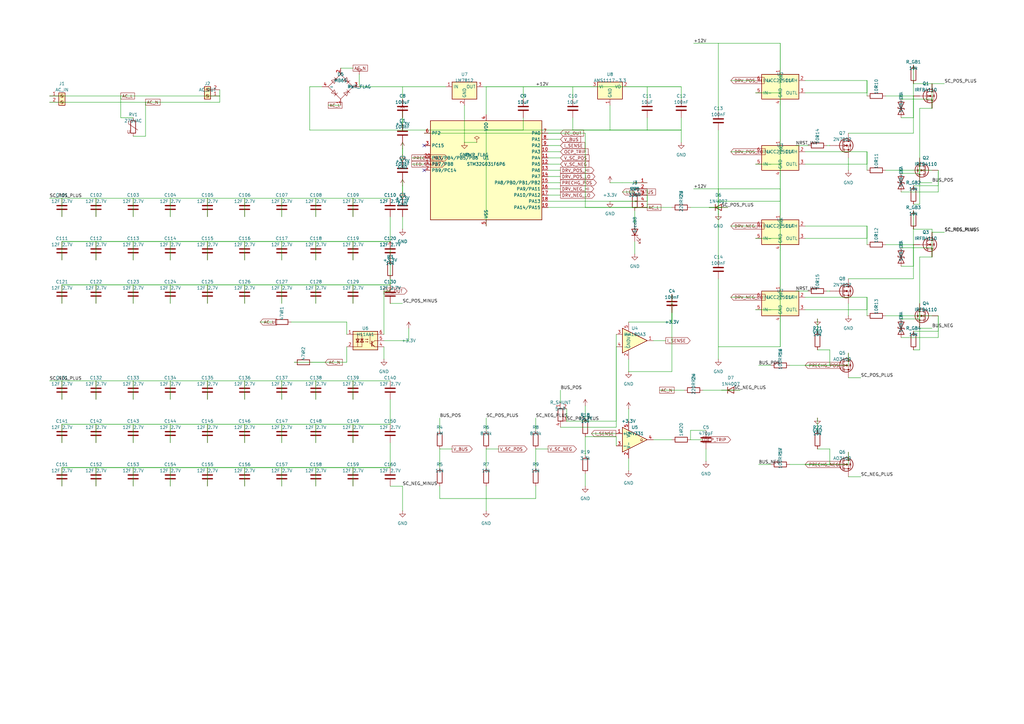
<source format=kicad_sch>
(kicad_sch (version 20231120) (generator "eeschema") (generator_version "9.0")
  (paper "A3")
  (title_block (title "Generator Soft-Start") (date "2025-01") (rev "B") (company "") (comment 1 "Supercapacitor Power Assist - Droop Triggered") (comment 2 "Back-to-back FETs, Gate Drivers, Hardware OCP"))
  (symbol (lib_id "Connector:Screw_Terminal_01x02") (at 25.4 39.37 0) (unit 1)
    (property "Reference" "J1" (at 25.4 34.29 0))
    (property "Value" "AC_IN" (at 25.4 36.83 0))
    (property "Footprint" "TerminalBlock_Phoenix:TerminalBlock_Phoenix_MKDS-1,5-2_1x02_P5.00mm_Horizontal" (effects (hide yes)))
  )
  (symbol (lib_id "Device:Varistor") (at 54.61 52.07 0) (unit 1)
    (property "Reference" "RV1" (at 54.61 46.99 0))
    (property "Value" "275VAC" (at 54.61 49.53 0))
    (property "Footprint" "Varistor:RV_Disc_D12mm_W4.2mm_P7.5mm" (effects (hide yes)))
  )
  (symbol (lib_id "Connector:Screw_Terminal_01x02") (at 85.09 39.37 180) (unit 1)
    (property "Reference" "J2" (at 85.09 34.29 0))
    (property "Value" "AC_OUT" (at 85.09 36.83 0))
    (property "Footprint" "TerminalBlock_Phoenix:TerminalBlock_Phoenix_MKDS-1,5-2_1x02_P5.00mm_Horizontal" (effects (hide yes)))
  )
  (symbol (lib_id "Diode_Bridge:MB6S") (at 139.7 35.56 0) (unit 1)
    (property "Reference" "D5" (at 139.7 30.48 0))
    (property "Value" "MB6S" (at 139.7 33.02 0))
    (property "Footprint" "Package_TO_SOT_SMD:TO-269AA" (effects (hide yes)))
  )
  (symbol (lib_id "Device:C") (at 165.1 44.45 0) (unit 1)
    (property "Reference" "C8" (at 165.1 39.37 0))
    (property "Value" "100uF" (at 165.1 41.91 0))
    (property "Footprint" "Capacitor_SMD:C_1206_3216Metric" (effects (hide yes)))
  )
  (symbol (lib_id "Regulator_Linear:L7812") (at 190.5 35.56 0) (unit 1)
    (property "Reference" "U7" (at 190.5 30.48 0))
    (property "Value" "LM7812" (at 190.5 33.02 0))
    (property "Footprint" "Package_TO_SOT_THT:TO-220-3_Vertical" (effects (hide yes)))
  )
  (symbol (lib_id "Device:C") (at 214.63 44.45 0) (unit 1)
    (property "Reference" "C9" (at 214.63 39.37 0))
    (property "Value" "10uF" (at 214.63 41.91 0))
    (property "Footprint" "Capacitor_SMD:C_0805_2012Metric" (effects (hide yes)))
  )
  (symbol (lib_id "Regulator_Linear:AMS1117-3.3") (at 250.19 35.56 0) (unit 1)
    (property "Reference" "U8" (at 250.19 30.48 0))
    (property "Value" "AMS1117-3.3" (at 250.19 33.02 0))
    (property "Footprint" "Package_TO_SOT_SMD:SOT-223-3_TabPin2" (effects (hide yes)))
  )
  (symbol (lib_id "Device:C") (at 234.95 44.45 0) (unit 1)
    (property "Reference" "C10" (at 234.95 39.37 0))
    (property "Value" "10uF" (at 234.95 41.91 0))
    (property "Footprint" "Capacitor_SMD:C_0805_2012Metric" (effects (hide yes)))
  )
  (symbol (lib_id "Device:C") (at 265.43 44.45 0) (unit 1)
    (property "Reference" "C11" (at 265.43 39.37 0))
    (property "Value" "10uF" (at 265.43 41.91 0))
    (property "Footprint" "Capacitor_SMD:C_0805_2012Metric" (effects (hide yes)))
  )
  (symbol (lib_id "Device:C") (at 279.4 44.45 0) (unit 1)
    (property "Reference" "C12" (at 279.4 39.37 0))
    (property "Value" "100nF" (at 279.4 41.91 0))
    (property "Footprint" "Capacitor_SMD:C_0805_2012Metric" (effects (hide yes)))
  )
  (symbol (lib_id "MCU_ST_STM32G0:STM32G031F6Px") (at 199.39 69.85 0) (unit 1)
    (property "Reference" "U1" (at 199.39 64.77 0))
    (property "Value" "STM32G031F6P6" (at 199.39 67.31 0))
    (property "Footprint" "Package_SO:TSSOP-20_4.4x6.5mm_P0.65mm" (effects (hide yes)))
  )
  (symbol (lib_id "Device:C") (at 165.1 54.61 0) (unit 1)
    (property "Reference" "C1" (at 165.1 49.53 0))
    (property "Value" "100nF" (at 165.1 52.07 0))
    (property "Footprint" "Capacitor_SMD:C_0805_2012Metric" (effects (hide yes)))
  )
  (symbol (lib_id "Device:C") (at 165.1 69.85 0) (unit 1)
    (property "Reference" "C2" (at 165.1 64.77 0))
    (property "Value" "100nF" (at 165.1 67.31 0))
    (property "Footprint" "Capacitor_SMD:C_0805_2012Metric" (effects (hide yes)))
  )
  (symbol (lib_id "Device:C") (at 165.1 85.09 0) (unit 1)
    (property "Reference" "C3" (at 165.1 80.01 0))
    (property "Value" "4.7uF" (at 165.1 82.55 0))
    (property "Footprint" "Capacitor_SMD:C_0805_2012Metric" (effects (hide yes)))
  )
  (symbol (lib_id "Isolator:H11AA1") (at 149.86 139.7 0) (unit 1)
    (property "Reference" "U6" (at 149.86 134.62 0))
    (property "Value" "H11AA1" (at 149.86 137.16 0))
    (property "Footprint" "Package_DIP:DIP-6_W7.62mm" (effects (hide yes)))
  )
  (symbol (lib_id "Device:R") (at 115.57 132.08 90) (unit 1)
    (property "Reference" "R1" (at 115.57 127 0))
    (property "Value" "47k" (at 115.57 129.54 0))
    (property "Footprint" "Resistor_SMD:R_0805_2012Metric" (effects (hide yes)))
  )
  (symbol (lib_id "Device:R") (at 124.46 148.59 90) (unit 1)
    (property "Reference" "R2" (at 124.46 143.51 0))
    (property "Value" "47k" (at 124.46 146.05 0))
    (property "Footprint" "Resistor_SMD:R_0805_2012Metric" (effects (hide yes)))
  )
  (symbol (lib_id "Device:R") (at 160.02 110.49 0) (unit 1)
    (property "Reference" "R3" (at 160.02 105.41 0))
    (property "Value" "10k" (at 160.02 107.95 0))
    (property "Footprint" "Resistor_SMD:R_0805_2012Metric" (effects (hide yes)))
  )
  (symbol (lib_id "Device:R_Shunt") (at 229.87 170.18 0) (unit 1)
    (property "Reference" "R_SHUNT" (at 229.87 165.1 0))
    (property "Value" "5mR" (at 229.87 167.64 0))
    (property "Footprint" "Resistor_SMD:R_2512_6332Metric" (effects (hide yes)))
  )
  (symbol (lib_id "Amplifier_Current:INA180A3") (at 260.35 139.7 0) (unit 1)
    (property "Reference" "U4" (at 260.35 134.62 0))
    (property "Value" "INA180A3" (at 260.35 137.16 0))
    (property "Footprint" "Package_TO_SOT_SMD:SOT-23-5" (effects (hide yes)))
  )
  (symbol (lib_id "Device:C") (at 275.59 124.46 0) (unit 1)
    (property "Reference" "C4" (at 275.59 119.38 0))
    (property "Value" "100nF" (at 275.59 121.92 0))
    (property "Footprint" "Capacitor_SMD:C_0805_2012Metric" (effects (hide yes)))
  )
  (symbol (lib_id "Comparator:LMV331") (at 260.35 180.34 0) (unit 1)
    (property "Reference" "U5" (at 260.35 175.26 0))
    (property "Value" "LMV331" (at 260.35 177.8 0))
    (property "Footprint" "Package_TO_SOT_SMD:SOT-23-5" (effects (hide yes)))
  )
  (symbol (lib_id "Device:R") (at 240.03 175.26 0) (unit 1)
    (property "Reference" "R18" (at 240.03 170.18 0))
    (property "Value" "10k" (at 240.03 172.72 0))
    (property "Footprint" "Resistor_SMD:R_0805_2012Metric" (effects (hide yes)))
  )
  (symbol (lib_id "Device:R") (at 240.03 190.5 0) (unit 1)
    (property "Reference" "R19" (at 240.03 185.42 0))
    (property "Value" "3.3k" (at 240.03 187.96 0))
    (property "Footprint" "Resistor_SMD:R_0805_2012Metric" (effects (hide yes)))
  )
  (symbol (lib_id "Device:R") (at 279.4 180.34 90) (unit 1)
    (property "Reference" "R20" (at 279.4 175.26 0))
    (property "Value" "1k" (at 279.4 177.8 0))
    (property "Footprint" "Resistor_SMD:R_0805_2012Metric" (effects (hide yes)))
  )
  (symbol (lib_id "Device:C") (at 289.56 180.34 0) (unit 1)
    (property "Reference" "C5" (at 289.56 175.26 0))
    (property "Value" "470pF" (at 289.56 177.8 0))
    (property "Footprint" "Capacitor_SMD:C_0805_2012Metric" (effects (hide yes)))
  )
  (symbol (lib_id "Device:R") (at 180.34 180.34 0) (unit 1)
    (property "Reference" "R4" (at 180.34 175.26 0))
    (property "Value" "1M" (at 180.34 177.8 0))
    (property "Footprint" "Resistor_SMD:R_0805_2012Metric" (effects (hide yes)))
  )
  (symbol (lib_id "Device:R") (at 180.34 195.58 0) (unit 1)
    (property "Reference" "R5" (at 180.34 190.5 0))
    (property "Value" "10k" (at 180.34 193.04 0))
    (property "Footprint" "Resistor_SMD:R_0805_2012Metric" (effects (hide yes)))
  )
  (symbol (lib_id "Device:R") (at 199.39 180.34 0) (unit 1)
    (property "Reference" "R6" (at 199.39 175.26 0))
    (property "Value" "820k" (at 199.39 177.8 0))
    (property "Footprint" "Resistor_SMD:R_0805_2012Metric" (effects (hide yes)))
  )
  (symbol (lib_id "Device:R") (at 199.39 195.58 0) (unit 1)
    (property "Reference" "R7" (at 199.39 190.5 0))
    (property "Value" "10k" (at 199.39 193.04 0))
    (property "Footprint" "Resistor_SMD:R_0805_2012Metric" (effects (hide yes)))
  )
  (symbol (lib_id "Device:R") (at 219.71 180.34 0) (unit 1)
    (property "Reference" "R8" (at 219.71 175.26 0))
    (property "Value" "820k" (at 219.71 177.8 0))
    (property "Footprint" "Resistor_SMD:R_0805_2012Metric" (effects (hide yes)))
  )
  (symbol (lib_id "Device:R") (at 219.71 195.58 0) (unit 1)
    (property "Reference" "R9" (at 219.71 190.5 0))
    (property "Value" "10k" (at 219.71 193.04 0))
    (property "Footprint" "Resistor_SMD:R_0805_2012Metric" (effects (hide yes)))
  )
  (symbol (lib_id "Driver_FET:UCC27511ADBV") (at 320.04 35.56 0) (unit 1)
    (property "Reference" "U2" (at 320.04 30.48 0))
    (property "Value" "UCC27511A" (at 320.04 33.02 0))
    (property "Footprint" "Package_TO_SOT_SMD:SOT-23-5" (effects (hide yes)))
  )
  (symbol (lib_id "Driver_FET:UCC27511ADBV") (at 320.04 64.77 0) (unit 1)
    (property "Reference" "U3" (at 320.04 59.69 0))
    (property "Value" "UCC27511A" (at 320.04 62.23 0))
    (property "Footprint" "Package_TO_SOT_SMD:SOT-23-5" (effects (hide yes)))
  )
  (symbol (lib_id "Device:C") (at 294.64 49.53 0) (unit 1)
    (property "Reference" "C13" (at 294.64 44.45 0))
    (property "Value" "100nF" (at 294.64 46.99 0))
    (property "Footprint" "Capacitor_SMD:C_0805_2012Metric" (effects (hide yes)))
  )
  (symbol (lib_id "Driver_FET:UCC27511ADBV") (at 320.04 95.25 0) (unit 1)
    (property "Reference" "U6" (at 320.04 90.17 0))
    (property "Value" "UCC27511A" (at 320.04 92.71 0))
    (property "Footprint" "Package_TO_SOT_SMD:SOT-23-5" (effects (hide yes)))
  )
  (symbol (lib_id "Driver_FET:UCC27511ADBV") (at 320.04 124.46 0) (unit 1)
    (property "Reference" "U7" (at 320.04 119.38 0))
    (property "Value" "UCC27511A" (at 320.04 121.92 0))
    (property "Footprint" "Package_TO_SOT_SMD:SOT-23-5" (effects (hide yes)))
  )
  (symbol (lib_id "Device:C") (at 294.64 110.49 0) (unit 1)
    (property "Reference" "C14" (at 294.64 105.41 0))
    (property "Value" "100nF" (at 294.64 107.95 0))
    (property "Footprint" "Capacitor_SMD:C_0805_2012Metric" (effects (hide yes)))
  )
  (symbol (lib_id "Device:Q_NMOS") (at 379.73 39.37 0) (unit 1)
    (property "Reference" "Q1" (at 379.73 34.29 0))
    (property "Value" "IRFB4110" (at 379.73 36.83 0))
    (property "Footprint" "Package_TO_SOT_THT:TO-220-3_Vertical" (effects (hide yes)))
  )
  (symbol (lib_id "Device:Q_NMOS") (at 379.73 69.85 180) (unit 1)
    (property "Reference" "Q2" (at 379.73 64.77 0))
    (property "Value" "IRFB4110" (at 379.73 67.31 0))
    (property "Footprint" "Package_TO_SOT_THT:TO-220-3_Vertical" (effects (hide yes)))
  )
  (symbol (lib_id "Device:R") (at 359.41 39.37 90) (unit 1)
    (property "Reference" "R10" (at 359.41 34.29 0))
    (property "Value" "10R" (at 359.41 36.83 0))
    (property "Footprint" "Resistor_SMD:R_0805_2012Metric" (effects (hide yes)))
  )
  (symbol (lib_id "Device:R") (at 359.41 69.85 90) (unit 1)
    (property "Reference" "R11" (at 359.41 64.77 0))
    (property "Value" "10R" (at 359.41 67.31 0))
    (property "Footprint" "Resistor_SMD:R_0805_2012Metric" (effects (hide yes)))
  )
  (symbol (lib_id "Device:R") (at 374.65 30.48 0) (unit 1)
    (property "Reference" "R_GB1" (at 374.65 25.4 0))
    (property "Value" "10k" (at 374.65 27.94 0))
    (property "Footprint" "Resistor_SMD:R_0805_2012Metric" (effects (hide yes)))
  )
  (symbol (lib_id "Device:R") (at 374.65 80.01 0) (unit 1)
    (property "Reference" "R_GB2" (at 374.65 74.93 0))
    (property "Value" "10k" (at 374.65 77.47 0))
    (property "Footprint" "Resistor_SMD:R_0805_2012Metric" (effects (hide yes)))
  )
  (symbol (lib_id "Device:D_TVS") (at 369.57 44.45 90) (unit 1)
    (property "Reference" "D1" (at 369.57 39.37 0))
    (property "Value" "SMBJ18A" (at 369.57 41.91 0))
    (property "Footprint" "Diode_SMD:D_SMB" (effects (hide yes)))
  )
  (symbol (lib_id "Device:D_TVS") (at 369.57 74.93 90) (unit 1)
    (property "Reference" "D2" (at 369.57 69.85 0))
    (property "Value" "SMBJ18A" (at 369.57 72.39 0))
    (property "Footprint" "Diode_SMD:D_SMB" (effects (hide yes)))
  )
  (symbol (lib_id "Device:Q_NMOS") (at 379.73 100.33 0) (unit 1)
    (property "Reference" "Q3" (at 379.73 95.25 0))
    (property "Value" "IRFB4110" (at 379.73 97.79 0))
    (property "Footprint" "Package_TO_SOT_THT:TO-220-3_Vertical" (effects (hide yes)))
  )
  (symbol (lib_id "Device:Q_NMOS") (at 379.73 129.54 180) (unit 1)
    (property "Reference" "Q4" (at 379.73 124.46 0))
    (property "Value" "IRFB4110" (at 379.73 127 0))
    (property "Footprint" "Package_TO_SOT_THT:TO-220-3_Vertical" (effects (hide yes)))
  )
  (symbol (lib_id "Device:R") (at 359.41 100.33 90) (unit 1)
    (property "Reference" "R12" (at 359.41 95.25 0))
    (property "Value" "10R" (at 359.41 97.79 0))
    (property "Footprint" "Resistor_SMD:R_0805_2012Metric" (effects (hide yes)))
  )
  (symbol (lib_id "Device:R") (at 359.41 129.54 90) (unit 1)
    (property "Reference" "R13" (at 359.41 124.46 0))
    (property "Value" "10R" (at 359.41 127 0))
    (property "Footprint" "Resistor_SMD:R_0805_2012Metric" (effects (hide yes)))
  )
  (symbol (lib_id "Device:R") (at 374.65 90.17 0) (unit 1)
    (property "Reference" "R_GB3" (at 374.65 85.09 0))
    (property "Value" "10k" (at 374.65 87.63 0))
    (property "Footprint" "Resistor_SMD:R_0805_2012Metric" (effects (hide yes)))
  )
  (symbol (lib_id "Device:R") (at 374.65 139.7 0) (unit 1)
    (property "Reference" "R_GB4" (at 374.65 134.62 0))
    (property "Value" "10k" (at 374.65 137.16 0))
    (property "Footprint" "Resistor_SMD:R_0805_2012Metric" (effects (hide yes)))
  )
  (symbol (lib_id "Device:D_TVS") (at 369.57 105.41 90) (unit 1)
    (property "Reference" "D3" (at 369.57 100.33 0))
    (property "Value" "SMBJ18A" (at 369.57 102.87 0))
    (property "Footprint" "Diode_SMD:D_SMB" (effects (hide yes)))
  )
  (symbol (lib_id "Device:D_TVS") (at 369.57 134.62 90) (unit 1)
    (property "Reference" "D4" (at 369.57 129.54 0))
    (property "Value" "SMBJ18A" (at 369.57 132.08 0))
    (property "Footprint" "Diode_SMD:D_SMB" (effects (hide yes)))
  )
  (symbol (lib_id "Device:Q_NMOS") (at 345.44 59.69 0) (unit 1)
    (property "Reference" "Q7" (at 345.44 54.61 0))
    (property "Value" "2N7002" (at 345.44 57.15 0))
    (property "Footprint" "Package_TO_SOT_SMD:SOT-23" (effects (hide yes)))
  )
  (symbol (lib_id "Device:Q_NMOS") (at 345.44 119.38 0) (unit 1)
    (property "Reference" "Q8" (at 345.44 114.3 0))
    (property "Value" "2N7002" (at 345.44 116.84 0))
    (property "Footprint" "Package_TO_SOT_SMD:SOT-23" (effects (hide yes)))
  )
  (symbol (lib_id "Device:R") (at 335.28 59.69 90) (unit 1)
    (property "Reference" "R14" (at 335.28 54.61 0))
    (property "Value" "10k" (at 335.28 57.15 0))
    (property "Footprint" "Resistor_SMD:R_0805_2012Metric" (effects (hide yes)))
  )
  (symbol (lib_id "Device:R") (at 335.28 119.38 90) (unit 1)
    (property "Reference" "R15" (at 335.28 114.3 0))
    (property "Value" "10k" (at 335.28 116.84 0))
    (property "Footprint" "Resistor_SMD:R_0805_2012Metric" (effects (hide yes)))
  )
  (symbol (lib_id "Device:R") (at 320.04 149.86 90) (unit 1)
    (property "Reference" "R16" (at 320.04 144.78 0))
    (property "Value" "100R 5W" (at 320.04 147.32 0))
    (property "Footprint" "Resistor_SMD:R_2512_6332Metric" (effects (hide yes)))
  )
  (symbol (lib_id "Device:Q_NMOS") (at 345.44 149.86 0) (unit 1)
    (property "Reference" "Q5" (at 345.44 144.78 0))
    (property "Value" "AO3400" (at 345.44 147.32 0))
    (property "Footprint" "Package_TO_SOT_SMD:SOT-23" (effects (hide yes)))
  )
  (symbol (lib_id "Device:R") (at 335.28 139.7 0) (unit 1)
    (property "Reference" "R21" (at 335.28 134.62 0))
    (property "Value" "10k" (at 335.28 137.16 0))
    (property "Footprint" "Resistor_SMD:R_0805_2012Metric" (effects (hide yes)))
  )
  (symbol (lib_id "Device:R") (at 320.04 190.5 90) (unit 1)
    (property "Reference" "R17" (at 320.04 185.42 0))
    (property "Value" "100R 5W" (at 320.04 187.96 0))
    (property "Footprint" "Resistor_SMD:R_2512_6332Metric" (effects (hide yes)))
  )
  (symbol (lib_id "Device:Q_NMOS") (at 345.44 190.5 0) (unit 1)
    (property "Reference" "Q6" (at 345.44 185.42 0))
    (property "Value" "AO3400" (at 345.44 187.96 0))
    (property "Footprint" "Package_TO_SOT_SMD:SOT-23" (effects (hide yes)))
  )
  (symbol (lib_id "Device:R") (at 335.28 180.34 0) (unit 1)
    (property "Reference" "R22" (at 335.28 175.26 0))
    (property "Value" "10k" (at 335.28 177.8 0))
    (property "Footprint" "Resistor_SMD:R_0805_2012Metric" (effects (hide yes)))
  )
  (symbol (lib_id "Device:R") (at 279.4 85.09 90) (unit 1)
    (property "Reference" "R23" (at 279.4 80.01 0))
    (property "Value" "220R 2W" (at 279.4 82.55 0))
    (property "Footprint" "Resistor_SMD:R_2512_6332Metric" (effects (hide yes)))
  )
  (symbol (lib_id "Device:D") (at 294.64 85.09 0) (unit 1)
    (property "Reference" "D6" (at 294.64 80.01 0))
    (property "Value" "1N4007" (at 294.64 82.55 0))
    (property "Footprint" "Diode_SMD:D_SMA" (effects (hide yes)))
  )
  (symbol (lib_id "Device:R") (at 284.48 160.02 90) (unit 1)
    (property "Reference" "R24" (at 284.48 154.94 0))
    (property "Value" "220R 2W" (at 284.48 157.48 0))
    (property "Footprint" "Resistor_SMD:R_2512_6332Metric" (effects (hide yes)))
  )
  (symbol (lib_id "Device:D") (at 299.72 160.02 0) (unit 1)
    (property "Reference" "D7" (at 299.72 154.94 0))
    (property "Value" "1N4007" (at 299.72 157.48 0))
    (property "Footprint" "Diode_SMD:D_SMA" (effects (hide yes)))
  )
  (symbol (lib_id "Device:C") (at 25.4 85.09 0) (unit 1)
    (property "Reference" "C101" (at 25.4 80.01 0))
    (property "Value" "12F 2.7V" (at 25.4 82.55 0))
    (property "Footprint" "Capacitor_THT:CP_Radial_D10.0mm_P5.00mm" (effects (hide yes)))
  )
  (symbol (lib_id "Device:C") (at 39.37 85.09 0) (unit 1)
    (property "Reference" "C102" (at 39.37 80.01 0))
    (property "Value" "12F 2.7V" (at 39.37 82.55 0))
    (property "Footprint" "Capacitor_THT:CP_Radial_D10.0mm_P5.00mm" (effects (hide yes)))
  )
  (symbol (lib_id "Device:C") (at 54.61 85.09 0) (unit 1)
    (property "Reference" "C103" (at 54.61 80.01 0))
    (property "Value" "12F 2.7V" (at 54.61 82.55 0))
    (property "Footprint" "Capacitor_THT:CP_Radial_D10.0mm_P5.00mm" (effects (hide yes)))
  )
  (symbol (lib_id "Device:C") (at 69.85 85.09 0) (unit 1)
    (property "Reference" "C104" (at 69.85 80.01 0))
    (property "Value" "12F 2.7V" (at 69.85 82.55 0))
    (property "Footprint" "Capacitor_THT:CP_Radial_D10.0mm_P5.00mm" (effects (hide yes)))
  )
  (symbol (lib_id "Device:C") (at 85.09 85.09 0) (unit 1)
    (property "Reference" "C105" (at 85.09 80.01 0))
    (property "Value" "12F 2.7V" (at 85.09 82.55 0))
    (property "Footprint" "Capacitor_THT:CP_Radial_D10.0mm_P5.00mm" (effects (hide yes)))
  )
  (symbol (lib_id "Device:C") (at 100.33 85.09 0) (unit 1)
    (property "Reference" "C106" (at 100.33 80.01 0))
    (property "Value" "12F 2.7V" (at 100.33 82.55 0))
    (property "Footprint" "Capacitor_THT:CP_Radial_D10.0mm_P5.00mm" (effects (hide yes)))
  )
  (symbol (lib_id "Device:C") (at 115.57 85.09 0) (unit 1)
    (property "Reference" "C107" (at 115.57 80.01 0))
    (property "Value" "12F 2.7V" (at 115.57 82.55 0))
    (property "Footprint" "Capacitor_THT:CP_Radial_D10.0mm_P5.00mm" (effects (hide yes)))
  )
  (symbol (lib_id "Device:C") (at 129.54 85.09 0) (unit 1)
    (property "Reference" "C108" (at 129.54 80.01 0))
    (property "Value" "12F 2.7V" (at 129.54 82.55 0))
    (property "Footprint" "Capacitor_THT:CP_Radial_D10.0mm_P5.00mm" (effects (hide yes)))
  )
  (symbol (lib_id "Device:C") (at 144.78 85.09 0) (unit 1)
    (property "Reference" "C109" (at 144.78 80.01 0))
    (property "Value" "12F 2.7V" (at 144.78 82.55 0))
    (property "Footprint" "Capacitor_THT:CP_Radial_D10.0mm_P5.00mm" (effects (hide yes)))
  )
  (symbol (lib_id "Device:C") (at 160.02 85.09 0) (unit 1)
    (property "Reference" "C110" (at 160.02 80.01 0))
    (property "Value" "12F 2.7V" (at 160.02 82.55 0))
    (property "Footprint" "Capacitor_THT:CP_Radial_D10.0mm_P5.00mm" (effects (hide yes)))
  )
  (symbol (lib_id "Device:C") (at 25.4 102.87 0) (unit 1)
    (property "Reference" "C111" (at 25.4 97.79 0))
    (property "Value" "12F 2.7V" (at 25.4 100.33 0))
    (property "Footprint" "Capacitor_THT:CP_Radial_D10.0mm_P5.00mm" (effects (hide yes)))
  )
  (symbol (lib_id "Device:C") (at 39.37 102.87 0) (unit 1)
    (property "Reference" "C112" (at 39.37 97.79 0))
    (property "Value" "12F 2.7V" (at 39.37 100.33 0))
    (property "Footprint" "Capacitor_THT:CP_Radial_D10.0mm_P5.00mm" (effects (hide yes)))
  )
  (symbol (lib_id "Device:C") (at 54.61 102.87 0) (unit 1)
    (property "Reference" "C113" (at 54.61 97.79 0))
    (property "Value" "12F 2.7V" (at 54.61 100.33 0))
    (property "Footprint" "Capacitor_THT:CP_Radial_D10.0mm_P5.00mm" (effects (hide yes)))
  )
  (symbol (lib_id "Device:C") (at 69.85 102.87 0) (unit 1)
    (property "Reference" "C114" (at 69.85 97.79 0))
    (property "Value" "12F 2.7V" (at 69.85 100.33 0))
    (property "Footprint" "Capacitor_THT:CP_Radial_D10.0mm_P5.00mm" (effects (hide yes)))
  )
  (symbol (lib_id "Device:C") (at 85.09 102.87 0) (unit 1)
    (property "Reference" "C115" (at 85.09 97.79 0))
    (property "Value" "12F 2.7V" (at 85.09 100.33 0))
    (property "Footprint" "Capacitor_THT:CP_Radial_D10.0mm_P5.00mm" (effects (hide yes)))
  )
  (symbol (lib_id "Device:C") (at 100.33 102.87 0) (unit 1)
    (property "Reference" "C116" (at 100.33 97.79 0))
    (property "Value" "12F 2.7V" (at 100.33 100.33 0))
    (property "Footprint" "Capacitor_THT:CP_Radial_D10.0mm_P5.00mm" (effects (hide yes)))
  )
  (symbol (lib_id "Device:C") (at 115.57 102.87 0) (unit 1)
    (property "Reference" "C117" (at 115.57 97.79 0))
    (property "Value" "12F 2.7V" (at 115.57 100.33 0))
    (property "Footprint" "Capacitor_THT:CP_Radial_D10.0mm_P5.00mm" (effects (hide yes)))
  )
  (symbol (lib_id "Device:C") (at 129.54 102.87 0) (unit 1)
    (property "Reference" "C118" (at 129.54 97.79 0))
    (property "Value" "12F 2.7V" (at 129.54 100.33 0))
    (property "Footprint" "Capacitor_THT:CP_Radial_D10.0mm_P5.00mm" (effects (hide yes)))
  )
  (symbol (lib_id "Device:C") (at 144.78 102.87 0) (unit 1)
    (property "Reference" "C119" (at 144.78 97.79 0))
    (property "Value" "12F 2.7V" (at 144.78 100.33 0))
    (property "Footprint" "Capacitor_THT:CP_Radial_D10.0mm_P5.00mm" (effects (hide yes)))
  )
  (symbol (lib_id "Device:C") (at 160.02 102.87 0) (unit 1)
    (property "Reference" "C120" (at 160.02 97.79 0))
    (property "Value" "12F 2.7V" (at 160.02 100.33 0))
    (property "Footprint" "Capacitor_THT:CP_Radial_D10.0mm_P5.00mm" (effects (hide yes)))
  )
  (symbol (lib_id "Device:C") (at 25.4 120.65 0) (unit 1)
    (property "Reference" "C121" (at 25.4 115.57 0))
    (property "Value" "12F 2.7V" (at 25.4 118.11 0))
    (property "Footprint" "Capacitor_THT:CP_Radial_D10.0mm_P5.00mm" (effects (hide yes)))
  )
  (symbol (lib_id "Device:C") (at 39.37 120.65 0) (unit 1)
    (property "Reference" "C122" (at 39.37 115.57 0))
    (property "Value" "12F 2.7V" (at 39.37 118.11 0))
    (property "Footprint" "Capacitor_THT:CP_Radial_D10.0mm_P5.00mm" (effects (hide yes)))
  )
  (symbol (lib_id "Device:C") (at 54.61 120.65 0) (unit 1)
    (property "Reference" "C123" (at 54.61 115.57 0))
    (property "Value" "12F 2.7V" (at 54.61 118.11 0))
    (property "Footprint" "Capacitor_THT:CP_Radial_D10.0mm_P5.00mm" (effects (hide yes)))
  )
  (symbol (lib_id "Device:C") (at 69.85 120.65 0) (unit 1)
    (property "Reference" "C124" (at 69.85 115.57 0))
    (property "Value" "12F 2.7V" (at 69.85 118.11 0))
    (property "Footprint" "Capacitor_THT:CP_Radial_D10.0mm_P5.00mm" (effects (hide yes)))
  )
  (symbol (lib_id "Device:C") (at 85.09 120.65 0) (unit 1)
    (property "Reference" "C125" (at 85.09 115.57 0))
    (property "Value" "12F 2.7V" (at 85.09 118.11 0))
    (property "Footprint" "Capacitor_THT:CP_Radial_D10.0mm_P5.00mm" (effects (hide yes)))
  )
  (symbol (lib_id "Device:C") (at 100.33 120.65 0) (unit 1)
    (property "Reference" "C126" (at 100.33 115.57 0))
    (property "Value" "12F 2.7V" (at 100.33 118.11 0))
    (property "Footprint" "Capacitor_THT:CP_Radial_D10.0mm_P5.00mm" (effects (hide yes)))
  )
  (symbol (lib_id "Device:C") (at 115.57 120.65 0) (unit 1)
    (property "Reference" "C127" (at 115.57 115.57 0))
    (property "Value" "12F 2.7V" (at 115.57 118.11 0))
    (property "Footprint" "Capacitor_THT:CP_Radial_D10.0mm_P5.00mm" (effects (hide yes)))
  )
  (symbol (lib_id "Device:C") (at 129.54 120.65 0) (unit 1)
    (property "Reference" "C128" (at 129.54 115.57 0))
    (property "Value" "12F 2.7V" (at 129.54 118.11 0))
    (property "Footprint" "Capacitor_THT:CP_Radial_D10.0mm_P5.00mm" (effects (hide yes)))
  )
  (symbol (lib_id "Device:C") (at 144.78 120.65 0) (unit 1)
    (property "Reference" "C129" (at 144.78 115.57 0))
    (property "Value" "12F 2.7V" (at 144.78 118.11 0))
    (property "Footprint" "Capacitor_THT:CP_Radial_D10.0mm_P5.00mm" (effects (hide yes)))
  )
  (symbol (lib_id "Device:C") (at 160.02 120.65 0) (unit 1)
    (property "Reference" "C130" (at 160.02 115.57 0))
    (property "Value" "12F 2.7V" (at 160.02 118.11 0))
    (property "Footprint" "Capacitor_THT:CP_Radial_D10.0mm_P5.00mm" (effects (hide yes)))
  )
  (symbol (lib_id "Device:C") (at 25.4 160.02 0) (unit 1)
    (property "Reference" "C131" (at 25.4 154.94 0))
    (property "Value" "12F 2.7V" (at 25.4 157.48 0))
    (property "Footprint" "Capacitor_THT:CP_Radial_D10.0mm_P5.00mm" (effects (hide yes)))
  )
  (symbol (lib_id "Device:C") (at 39.37 160.02 0) (unit 1)
    (property "Reference" "C132" (at 39.37 154.94 0))
    (property "Value" "12F 2.7V" (at 39.37 157.48 0))
    (property "Footprint" "Capacitor_THT:CP_Radial_D10.0mm_P5.00mm" (effects (hide yes)))
  )
  (symbol (lib_id "Device:C") (at 54.61 160.02 0) (unit 1)
    (property "Reference" "C133" (at 54.61 154.94 0))
    (property "Value" "12F 2.7V" (at 54.61 157.48 0))
    (property "Footprint" "Capacitor_THT:CP_Radial_D10.0mm_P5.00mm" (effects (hide yes)))
  )
  (symbol (lib_id "Device:C") (at 69.85 160.02 0) (unit 1)
    (property "Reference" "C134" (at 69.85 154.94 0))
    (property "Value" "12F 2.7V" (at 69.85 157.48 0))
    (property "Footprint" "Capacitor_THT:CP_Radial_D10.0mm_P5.00mm" (effects (hide yes)))
  )
  (symbol (lib_id "Device:C") (at 85.09 160.02 0) (unit 1)
    (property "Reference" "C135" (at 85.09 154.94 0))
    (property "Value" "12F 2.7V" (at 85.09 157.48 0))
    (property "Footprint" "Capacitor_THT:CP_Radial_D10.0mm_P5.00mm" (effects (hide yes)))
  )
  (symbol (lib_id "Device:C") (at 100.33 160.02 0) (unit 1)
    (property "Reference" "C136" (at 100.33 154.94 0))
    (property "Value" "12F 2.7V" (at 100.33 157.48 0))
    (property "Footprint" "Capacitor_THT:CP_Radial_D10.0mm_P5.00mm" (effects (hide yes)))
  )
  (symbol (lib_id "Device:C") (at 115.57 160.02 0) (unit 1)
    (property "Reference" "C137" (at 115.57 154.94 0))
    (property "Value" "12F 2.7V" (at 115.57 157.48 0))
    (property "Footprint" "Capacitor_THT:CP_Radial_D10.0mm_P5.00mm" (effects (hide yes)))
  )
  (symbol (lib_id "Device:C") (at 129.54 160.02 0) (unit 1)
    (property "Reference" "C138" (at 129.54 154.94 0))
    (property "Value" "12F 2.7V" (at 129.54 157.48 0))
    (property "Footprint" "Capacitor_THT:CP_Radial_D10.0mm_P5.00mm" (effects (hide yes)))
  )
  (symbol (lib_id "Device:C") (at 144.78 160.02 0) (unit 1)
    (property "Reference" "C139" (at 144.78 154.94 0))
    (property "Value" "12F 2.7V" (at 144.78 157.48 0))
    (property "Footprint" "Capacitor_THT:CP_Radial_D10.0mm_P5.00mm" (effects (hide yes)))
  )
  (symbol (lib_id "Device:C") (at 160.02 160.02 0) (unit 1)
    (property "Reference" "C140" (at 160.02 154.94 0))
    (property "Value" "12F 2.7V" (at 160.02 157.48 0))
    (property "Footprint" "Capacitor_THT:CP_Radial_D10.0mm_P5.00mm" (effects (hide yes)))
  )
  (symbol (lib_id "Device:C") (at 25.4 177.8 0) (unit 1)
    (property "Reference" "C141" (at 25.4 172.72 0))
    (property "Value" "12F 2.7V" (at 25.4 175.26 0))
    (property "Footprint" "Capacitor_THT:CP_Radial_D10.0mm_P5.00mm" (effects (hide yes)))
  )
  (symbol (lib_id "Device:C") (at 39.37 177.8 0) (unit 1)
    (property "Reference" "C142" (at 39.37 172.72 0))
    (property "Value" "12F 2.7V" (at 39.37 175.26 0))
    (property "Footprint" "Capacitor_THT:CP_Radial_D10.0mm_P5.00mm" (effects (hide yes)))
  )
  (symbol (lib_id "Device:C") (at 54.61 177.8 0) (unit 1)
    (property "Reference" "C143" (at 54.61 172.72 0))
    (property "Value" "12F 2.7V" (at 54.61 175.26 0))
    (property "Footprint" "Capacitor_THT:CP_Radial_D10.0mm_P5.00mm" (effects (hide yes)))
  )
  (symbol (lib_id "Device:C") (at 69.85 177.8 0) (unit 1)
    (property "Reference" "C144" (at 69.85 172.72 0))
    (property "Value" "12F 2.7V" (at 69.85 175.26 0))
    (property "Footprint" "Capacitor_THT:CP_Radial_D10.0mm_P5.00mm" (effects (hide yes)))
  )
  (symbol (lib_id "Device:C") (at 85.09 177.8 0) (unit 1)
    (property "Reference" "C145" (at 85.09 172.72 0))
    (property "Value" "12F 2.7V" (at 85.09 175.26 0))
    (property "Footprint" "Capacitor_THT:CP_Radial_D10.0mm_P5.00mm" (effects (hide yes)))
  )
  (symbol (lib_id "Device:C") (at 100.33 177.8 0) (unit 1)
    (property "Reference" "C146" (at 100.33 172.72 0))
    (property "Value" "12F 2.7V" (at 100.33 175.26 0))
    (property "Footprint" "Capacitor_THT:CP_Radial_D10.0mm_P5.00mm" (effects (hide yes)))
  )
  (symbol (lib_id "Device:C") (at 115.57 177.8 0) (unit 1)
    (property "Reference" "C147" (at 115.57 172.72 0))
    (property "Value" "12F 2.7V" (at 115.57 175.26 0))
    (property "Footprint" "Capacitor_THT:CP_Radial_D10.0mm_P5.00mm" (effects (hide yes)))
  )
  (symbol (lib_id "Device:C") (at 129.54 177.8 0) (unit 1)
    (property "Reference" "C148" (at 129.54 172.72 0))
    (property "Value" "12F 2.7V" (at 129.54 175.26 0))
    (property "Footprint" "Capacitor_THT:CP_Radial_D10.0mm_P5.00mm" (effects (hide yes)))
  )
  (symbol (lib_id "Device:C") (at 144.78 177.8 0) (unit 1)
    (property "Reference" "C149" (at 144.78 172.72 0))
    (property "Value" "12F 2.7V" (at 144.78 175.26 0))
    (property "Footprint" "Capacitor_THT:CP_Radial_D10.0mm_P5.00mm" (effects (hide yes)))
  )
  (symbol (lib_id "Device:C") (at 160.02 177.8 0) (unit 1)
    (property "Reference" "C150" (at 160.02 172.72 0))
    (property "Value" "12F 2.7V" (at 160.02 175.26 0))
    (property "Footprint" "Capacitor_THT:CP_Radial_D10.0mm_P5.00mm" (effects (hide yes)))
  )
  (symbol (lib_id "Device:C") (at 25.4 195.58 0) (unit 1)
    (property "Reference" "C151" (at 25.4 190.5 0))
    (property "Value" "12F 2.7V" (at 25.4 193.04 0))
    (property "Footprint" "Capacitor_THT:CP_Radial_D10.0mm_P5.00mm" (effects (hide yes)))
  )
  (symbol (lib_id "Device:C") (at 39.37 195.58 0) (unit 1)
    (property "Reference" "C152" (at 39.37 190.5 0))
    (property "Value" "12F 2.7V" (at 39.37 193.04 0))
    (property "Footprint" "Capacitor_THT:CP_Radial_D10.0mm_P5.00mm" (effects (hide yes)))
  )
  (symbol (lib_id "Device:C") (at 54.61 195.58 0) (unit 1)
    (property "Reference" "C153" (at 54.61 190.5 0))
    (property "Value" "12F 2.7V" (at 54.61 193.04 0))
    (property "Footprint" "Capacitor_THT:CP_Radial_D10.0mm_P5.00mm" (effects (hide yes)))
  )
  (symbol (lib_id "Device:C") (at 69.85 195.58 0) (unit 1)
    (property "Reference" "C154" (at 69.85 190.5 0))
    (property "Value" "12F 2.7V" (at 69.85 193.04 0))
    (property "Footprint" "Capacitor_THT:CP_Radial_D10.0mm_P5.00mm" (effects (hide yes)))
  )
  (symbol (lib_id "Device:C") (at 85.09 195.58 0) (unit 1)
    (property "Reference" "C155" (at 85.09 190.5 0))
    (property "Value" "12F 2.7V" (at 85.09 193.04 0))
    (property "Footprint" "Capacitor_THT:CP_Radial_D10.0mm_P5.00mm" (effects (hide yes)))
  )
  (symbol (lib_id "Device:C") (at 100.33 195.58 0) (unit 1)
    (property "Reference" "C156" (at 100.33 190.5 0))
    (property "Value" "12F 2.7V" (at 100.33 193.04 0))
    (property "Footprint" "Capacitor_THT:CP_Radial_D10.0mm_P5.00mm" (effects (hide yes)))
  )
  (symbol (lib_id "Device:C") (at 115.57 195.58 0) (unit 1)
    (property "Reference" "C157" (at 115.57 190.5 0))
    (property "Value" "12F 2.7V" (at 115.57 193.04 0))
    (property "Footprint" "Capacitor_THT:CP_Radial_D10.0mm_P5.00mm" (effects (hide yes)))
  )
  (symbol (lib_id "Device:C") (at 129.54 195.58 0) (unit 1)
    (property "Reference" "C158" (at 129.54 190.5 0))
    (property "Value" "12F 2.7V" (at 129.54 193.04 0))
    (property "Footprint" "Capacitor_THT:CP_Radial_D10.0mm_P5.00mm" (effects (hide yes)))
  )
  (symbol (lib_id "Device:C") (at 144.78 195.58 0) (unit 1)
    (property "Reference" "C159" (at 144.78 190.5 0))
    (property "Value" "12F 2.7V" (at 144.78 193.04 0))
    (property "Footprint" "Capacitor_THT:CP_Radial_D10.0mm_P5.00mm" (effects (hide yes)))
  )
  (symbol (lib_id "Device:C") (at 160.02 195.58 0) (unit 1)
    (property "Reference" "C160" (at 160.02 190.5 0))
    (property "Value" "12F 2.7V" (at 160.02 193.04 0))
    (property "Footprint" "Capacitor_THT:CP_Radial_D10.0mm_P5.00mm" (effects (hide yes)))
  )
  (symbol (lib_id "Connector:Conn_01x05_Pin") (at 260.35 80.01 0) (unit 1)
    (property "Reference" "J3" (at 260.35 74.93 0))
    (property "Value" "SWD" (at 260.35 77.47 0))
    (property "Footprint" "Connector_PinHeader_2.54mm:PinHeader_1x05_P2.54mm_Vertical" (effects (hide yes)))
  )
  (symbol (lib_id "Device:LED") (at 260.35 95.25 90) (unit 1)
    (property "Reference" "D8" (at 260.35 90.17 0))
    (property "Value" "Green" (at 260.35 92.71 0))
    (property "Footprint" "LED_SMD:LED_0805_2012Metric" (effects (hide yes)))
  )
  (symbol (lib_id "Device:R") (at 260.35 82.55 0) (unit 1)
    (property "Reference" "R25" (at 260.35 77.47 0))
    (property "Value" "330R" (at 260.35 80.01 0))
    (property "Footprint" "Resistor_SMD:R_0805_2012Metric" (effects (hide yes)))
  )
  (symbol (lib_id "power:PWR_FLAG") (at 147.32 30.48 0) (unit 1)
    (property "Reference" "#PWR01" (effects (hide yes)))
    (property "Value" "PWR_FLAG" (at 147.32 35.56 0))
  )
  (symbol (lib_id "power:GND") (at 190.5 58.42 0) (unit 1)
    (property "Reference" "#PWR02" (effects (hide yes)))
    (property "Value" "GND" (at 190.5 63.5 0))
  )
  (symbol (lib_id "power:PWR_FLAG") (at 195.58 58.42 0) (unit 1)
    (property "Reference" "#PWR03" (effects (hide yes)))
    (property "Value" "PWR_FLAG" (at 195.58 63.5 0))
  )
  (symbol (lib_id "power:GND") (at 279.4 58.42 0) (unit 1)
    (property "Reference" "#PWR04" (effects (hide yes)))
    (property "Value" "GND" (at 279.4 63.5 0))
  )
  (symbol (lib_id "power:+3.3V") (at 165.1 45.72 0) (unit 1)
    (property "Reference" "#PWR05" (effects (hide yes)))
    (property "Value" "+3.3V" (at 165.1 50.8 0))
  )
  (symbol (lib_id "power:GND") (at 165.1 63.5 0) (unit 1)
    (property "Reference" "#PWR06" (effects (hide yes)))
    (property "Value" "GND" (at 165.1 68.58 0))
  )
  (symbol (lib_id "power:+3.3V") (at 165.1 60.96 0) (unit 1)
    (property "Reference" "#PWR07" (effects (hide yes)))
    (property "Value" "+3.3V" (at 165.1 66.04 0))
  )
  (symbol (lib_id "power:GND") (at 165.1 78.74 0) (unit 1)
    (property "Reference" "#PWR08" (effects (hide yes)))
    (property "Value" "GND" (at 165.1 83.82 0))
  )
  (symbol (lib_id "power:+3.3V") (at 165.1 76.2 0) (unit 1)
    (property "Reference" "#PWR09" (effects (hide yes)))
    (property "Value" "+3.3V" (at 165.1 81.28 0))
  )
  (symbol (lib_id "power:GND") (at 165.1 93.98 0) (unit 1)
    (property "Reference" "#PWR10" (effects (hide yes)))
    (property "Value" "GND" (at 165.1 99.06 0))
  )
  (symbol (lib_id "power:+3.3V") (at 250.19 74.93 0) (unit 1)
    (property "Reference" "#PWR11" (effects (hide yes)))
    (property "Value" "+3.3V" (at 250.19 80.01 0))
  )
  (symbol (lib_id "power:GND") (at 250.19 82.55 0) (unit 1)
    (property "Reference" "#PWR12" (effects (hide yes)))
    (property "Value" "GND" (at 250.19 87.63 0))
  )
  (symbol (lib_id "power:+3.3V") (at 160.02 101.6 0) (unit 1)
    (property "Reference" "#PWR13" (effects (hide yes)))
    (property "Value" "+3.3V" (at 160.02 106.68 0))
  )
  (symbol (lib_id "power:+3.3V") (at 167.64 134.62 0) (unit 1)
    (property "Reference" "#PWR14" (effects (hide yes)))
    (property "Value" "+3.3V" (at 167.64 139.7 0))
  )
  (symbol (lib_id "power:GND") (at 157.48 147.32 0) (unit 1)
    (property "Reference" "#PWR15" (effects (hide yes)))
    (property "Value" "GND" (at 157.48 152.4 0))
  )
  (symbol (lib_id "power:GND") (at 199.39 209.55 0) (unit 1)
    (property "Reference" "#PWR16" (effects (hide yes)))
    (property "Value" "GND" (at 199.39 214.63 0))
  )
  (symbol (lib_id "power:+3.3V") (at 275.59 127 0) (unit 1)
    (property "Reference" "#PWR17" (effects (hide yes)))
    (property "Value" "+3.3V" (at 275.59 132.08 0))
  )
  (symbol (lib_id "power:GND") (at 257.81 152.4 0) (unit 1)
    (property "Reference" "#PWR18" (effects (hide yes)))
    (property "Value" "GND" (at 257.81 157.48 0))
  )
  (symbol (lib_id "power:+3.3V") (at 240.03 166.37 0) (unit 1)
    (property "Reference" "#PWR19" (effects (hide yes)))
    (property "Value" "+3.3V" (at 240.03 171.45 0))
  )
  (symbol (lib_id "power:GND") (at 240.03 199.39 0) (unit 1)
    (property "Reference" "#PWR20" (effects (hide yes)))
    (property "Value" "GND" (at 240.03 204.47 0))
  )
  (symbol (lib_id "power:+3.3V") (at 257.81 167.64 0) (unit 1)
    (property "Reference" "#PWR21" (effects (hide yes)))
    (property "Value" "+3.3V" (at 257.81 172.72 0))
  )
  (symbol (lib_id "power:GND") (at 257.81 193.04 0) (unit 1)
    (property "Reference" "#PWR22" (effects (hide yes)))
    (property "Value" "GND" (at 257.81 198.12 0))
  )
  (symbol (lib_id "power:GND") (at 289.56 189.23 0) (unit 1)
    (property "Reference" "#PWR23" (effects (hide yes)))
    (property "Value" "GND" (at 289.56 194.31 0))
  )
  (symbol (lib_id "power:GND") (at 294.64 87.63 0) (unit 1)
    (property "Reference" "#PWR24" (effects (hide yes)))
    (property "Value" "GND" (at 294.64 92.71 0))
  )
  (symbol (lib_id "power:GND") (at 294.64 147.32 0) (unit 1)
    (property "Reference" "#PWR25" (effects (hide yes)))
    (property "Value" "GND" (at 294.64 152.4 0))
  )
  (symbol (lib_id "power:GND") (at 347.98 69.85 0) (unit 1)
    (property "Reference" "#PWR26" (effects (hide yes)))
    (property "Value" "GND" (at 347.98 74.93 0))
  )
  (symbol (lib_id "power:GND") (at 347.98 129.54 0) (unit 1)
    (property "Reference" "#PWR27" (effects (hide yes)))
    (property "Value" "GND" (at 347.98 134.62 0))
  )
  (symbol (lib_id "power:GND") (at 335.28 130.81 0) (unit 1)
    (property "Reference" "#PWR28" (effects (hide yes)))
    (property "Value" "GND" (at 335.28 135.89 0))
  )
  (symbol (lib_id "power:GND") (at 335.28 171.45 0) (unit 1)
    (property "Reference" "#PWR29" (effects (hide yes)))
    (property "Value" "GND" (at 335.28 176.53 0))
  )
  (symbol (lib_id "power:GND") (at 260.35 104.14 0) (unit 1)
    (property "Reference" "#PWR30" (effects (hide yes)))
    (property "Value" "GND" (at 260.35 109.22 0))
  )
  (symbol (lib_id "power:GND") (at 165.1 209.55 0) (unit 1)
    (property "Reference" "#PWR31" (effects (hide yes)))
    (property "Value" "GND" (at 165.1 214.63 0))
  )
  (wire (pts (xy 20.32 39.37) (xy 49.53 39.37)))
  (wire (pts (xy 49.53 39.37) (xy 49.53 48.26)))
  (wire (pts (xy 49.53 48.26) (xy 54.61 48.26)))
  (wire (pts (xy 49.53 39.37) (xy 90.17 39.37)))
  (wire (pts (xy 90.17 39.37) (xy 90.17 39.37)))
  (wire (pts (xy 20.32 41.91) (xy 59.69 41.91)))
  (wire (pts (xy 59.69 41.91) (xy 59.69 55.88)))
  (wire (pts (xy 59.69 55.88) (xy 54.61 55.88)))
  (wire (pts (xy 59.69 41.91) (xy 90.17 41.91)))
  (wire (pts (xy 90.17 41.91) (xy 90.17 36.83)))
  (wire (pts (xy 134.62 43.18) (xy 139.7 43.18)))
  (wire (pts (xy 144.78 27.94) (xy 139.7 27.94)))
  (wire (pts (xy 147.32 35.56) (xy 165.1 35.56)))
  (wire (pts (xy 165.1 35.56) (xy 165.1 40.64)))
  (wire (pts (xy 165.1 35.56) (xy 182.88 35.56)))
  (wire (pts (xy 182.88 35.56) (xy 182.88 35.56)))
  (wire (pts (xy 147.32 30.48) (xy 147.32 35.56)))
  (wire (pts (xy 198.12 35.56) (xy 214.63 35.56)))
  (wire (pts (xy 214.63 35.56) (xy 214.63 40.64)))
  (wire (pts (xy 214.63 35.56) (xy 219.71 35.56)))
  (wire (pts (xy 165.1 48.26) (xy 165.1 53.34)))
  (wire (pts (xy 165.1 53.34) (xy 190.5 53.34)))
  (wire (pts (xy 190.5 53.34) (xy 190.5 43.18)))
  (wire (pts (xy 190.5 53.34) (xy 214.63 53.34)))
  (wire (pts (xy 214.63 53.34) (xy 214.63 48.26)))
  (wire (pts (xy 132.08 35.56) (xy 127 35.56)))
  (wire (pts (xy 127 35.56) (xy 127 53.34)))
  (wire (pts (xy 127 53.34) (xy 165.1 53.34)))
  (wire (pts (xy 190.5 53.34) (xy 190.5 58.42)))
  (wire (pts (xy 190.5 58.42) (xy 195.58 58.42)))
  (wire (pts (xy 219.71 35.56) (xy 234.95 35.56)))
  (wire (pts (xy 234.95 35.56) (xy 234.95 40.64)))
  (wire (pts (xy 234.95 35.56) (xy 242.57 35.56)))
  (wire (pts (xy 242.57 35.56) (xy 242.57 35.56)))
  (wire (pts (xy 257.81 35.56) (xy 265.43 35.56)))
  (wire (pts (xy 265.43 35.56) (xy 265.43 40.64)))
  (wire (pts (xy 265.43 35.56) (xy 279.4 35.56)))
  (wire (pts (xy 279.4 35.56) (xy 279.4 40.64)))
  (wire (pts (xy 234.95 48.26) (xy 234.95 53.34)))
  (wire (pts (xy 234.95 53.34) (xy 250.19 53.34)))
  (wire (pts (xy 250.19 53.34) (xy 250.19 43.18)))
  (wire (pts (xy 250.19 53.34) (xy 265.43 53.34)))
  (wire (pts (xy 265.43 53.34) (xy 265.43 48.26)))
  (wire (pts (xy 265.43 53.34) (xy 279.4 53.34)))
  (wire (pts (xy 279.4 53.34) (xy 279.4 48.26)))
  (wire (pts (xy 279.4 53.34) (xy 279.4 58.42)))
  (wire (pts (xy 279.4 35.56) (xy 199.39 35.56)))
  (wire (pts (xy 199.39 35.56) (xy 199.39 46.99)))
  (wire (pts (xy 199.39 92.71) (xy 199.39 53.34)))
  (wire (pts (xy 199.39 53.34) (xy 279.4 53.34)))
  (wire (pts (xy 165.1 45.72) (xy 165.1 50.8)))
  (wire (pts (xy 165.1 58.42) (xy 165.1 63.5)))
  (wire (pts (xy 165.1 60.96) (xy 165.1 66.04)))
  (wire (pts (xy 165.1 73.66) (xy 165.1 78.74)))
  (wire (pts (xy 165.1 76.2) (xy 165.1 81.28)))
  (wire (pts (xy 165.1 88.9) (xy 165.1 93.98)))
  (wire (pts (xy 265.43 74.93) (xy 255.27 74.93)))
  (wire (pts (xy 250.19 74.93) (xy 255.27 74.93)))
  (wire (pts (xy 265.43 82.55) (xy 255.27 82.55)))
  (wire (pts (xy 250.19 82.55) (xy 255.27 82.55)))
  (wire (pts (xy 224.79 82.55) (xy 265.43 82.55)))
  (wire (pts (xy 265.43 82.55) (xy 265.43 77.47)))
  (wire (pts (xy 224.79 85.09) (xy 265.43 85.09)))
  (wire (pts (xy 265.43 85.09) (xy 265.43 80.01)))
  (wire (pts (xy 173.99 54.61) (xy 240.03 54.61)))
  (wire (pts (xy 240.03 54.61) (xy 240.03 85.09)))
  (wire (pts (xy 240.03 85.09) (xy 265.43 85.09)))
  (wire (pts (xy 119.38 132.08) (xy 142.24 132.08)))
  (wire (pts (xy 142.24 132.08) (xy 142.24 137.16)))
  (wire (pts (xy 142.24 142.24) (xy 142.24 148.59)))
  (wire (pts (xy 142.24 148.59) (xy 120.65 148.59)))
  (wire (pts (xy 106.68 132.08) (xy 111.76 132.08)))
  (wire (pts (xy 128.27 148.59) (xy 133.35 148.59)))
  (wire (pts (xy 160.02 114.3) (xy 160.02 119.38)))
  (wire (pts (xy 160.02 119.38) (xy 157.48 119.38)))
  (wire (pts (xy 157.48 119.38) (xy 157.48 137.16)))
  (wire (pts (xy 160.02 101.6) (xy 160.02 106.68)))
  (wire (pts (xy 167.64 134.62) (xy 167.64 139.7)))
  (wire (pts (xy 167.64 139.7) (xy 157.48 139.7)))
  (wire (pts (xy 157.48 142.24) (xy 157.48 147.32)))
  (wire (pts (xy 224.79 54.61) (xy 229.87 54.61)))
  (wire (pts (xy 180.34 184.15) (xy 180.34 191.77)))
  (wire (pts (xy 199.39 184.15) (xy 199.39 191.77)))
  (wire (pts (xy 219.71 184.15) (xy 219.71 191.77)))
  (wire (pts (xy 180.34 171.45) (xy 180.34 176.53)))
  (wire (pts (xy 199.39 171.45) (xy 199.39 176.53)))
  (wire (pts (xy 219.71 171.45) (xy 219.71 176.53)))
  (wire (pts (xy 180.34 184.15) (xy 185.42 184.15)))
  (wire (pts (xy 199.39 184.15) (xy 204.47 184.15)))
  (wire (pts (xy 219.71 184.15) (xy 224.79 184.15)))
  (wire (pts (xy 180.34 199.39) (xy 180.34 204.47)))
  (wire (pts (xy 199.39 199.39) (xy 199.39 204.47)))
  (wire (pts (xy 219.71 199.39) (xy 219.71 204.47)))
  (wire (pts (xy 180.34 204.47) (xy 219.71 204.47)))
  (wire (pts (xy 199.39 204.47) (xy 199.39 209.55)))
  (wire (pts (xy 224.79 57.15) (xy 229.87 57.15)))
  (wire (pts (xy 224.79 64.77) (xy 229.87 64.77)))
  (wire (pts (xy 224.79 67.31) (xy 229.87 67.31)))
  (wire (pts (xy 232.41 172.72) (xy 252.73 172.72)))
  (wire (pts (xy 252.73 172.72) (xy 252.73 137.16)))
  (wire (pts (xy 229.87 175.26) (xy 252.73 175.26)))
  (wire (pts (xy 252.73 175.26) (xy 252.73 142.24)))
  (wire (pts (xy 229.87 160.02) (xy 229.87 165.1)))
  (wire (pts (xy 232.41 172.72) (xy 232.41 167.64)))
  (wire (pts (xy 257.81 132.08) (xy 275.59 132.08)))
  (wire (pts (xy 275.59 132.08) (xy 275.59 120.65)))
  (wire (pts (xy 275.59 127) (xy 275.59 132.08)))
  (wire (pts (xy 257.81 147.32) (xy 257.81 152.4)))
  (wire (pts (xy 275.59 128.27) (xy 275.59 152.4)))
  (wire (pts (xy 275.59 152.4) (xy 257.81 152.4)))
  (wire (pts (xy 267.97 139.7) (xy 273.05 139.7)))
  (wire (pts (xy 224.79 59.69) (xy 229.87 59.69)))
  (wire (pts (xy 240.03 179.07) (xy 240.03 186.69)))
  (wire (pts (xy 242.57 177.8) (xy 252.73 177.8)))
  (wire (pts (xy 240.03 179.07) (xy 252.73 179.07)))
  (wire (pts (xy 252.73 179.07) (xy 252.73 182.88)))
  (wire (pts (xy 240.03 166.37) (xy 240.03 171.45)))
  (wire (pts (xy 240.03 194.31) (xy 240.03 199.39)))
  (wire (pts (xy 257.81 167.64) (xy 257.81 172.72)))
  (wire (pts (xy 257.81 187.96) (xy 257.81 193.04)))
  (wire (pts (xy 267.97 180.34) (xy 275.59 180.34)))
  (wire (pts (xy 275.59 180.34) (xy 275.59 180.34)))
  (wire (pts (xy 283.21 180.34) (xy 283.21 176.53)))
  (wire (pts (xy 283.21 176.53) (xy 289.56 176.53)))
  (wire (pts (xy 289.56 184.15) (xy 289.56 189.23)))
  (wire (pts (xy 283.21 180.34) (xy 288.29 180.34)))
  (wire (pts (xy 224.79 62.23) (xy 229.87 62.23)))
  (wire (pts (xy 299.72 33.02) (xy 309.88 33.02)))
  (wire (pts (xy 299.72 62.23) (xy 309.88 62.23)))
  (wire (pts (xy 224.79 69.85) (xy 229.87 69.85)))
  (wire (pts (xy 224.79 72.39) (xy 229.87 72.39)))
  (wire (pts (xy 320.04 27.94) (xy 320.04 17.78)))
  (wire (pts (xy 320.04 57.15) (xy 320.04 17.78)))
  (wire (pts (xy 320.04 17.78) (xy 320.04 17.78)))
  (wire (pts (xy 294.64 45.72) (xy 294.64 17.78)))
  (wire (pts (xy 294.64 17.78) (xy 320.04 17.78)))
  (wire (pts (xy 284.48 17.78) (xy 294.64 17.78)))
  (wire (pts (xy 320.04 43.18) (xy 320.04 82.55)))
  (wire (pts (xy 320.04 72.39) (xy 320.04 82.55)))
  (wire (pts (xy 320.04 82.55) (xy 320.04 82.55)))
  (wire (pts (xy 294.64 53.34) (xy 294.64 82.55)))
  (wire (pts (xy 294.64 82.55) (xy 320.04 82.55)))
  (wire (pts (xy 294.64 82.55) (xy 294.64 87.63)))
  (wire (pts (xy 330.2 33.02) (xy 355.6 33.02)))
  (wire (pts (xy 355.6 33.02) (xy 355.6 39.37)))
  (wire (pts (xy 330.2 62.23) (xy 355.6 62.23)))
  (wire (pts (xy 355.6 62.23) (xy 355.6 69.85)))
  (wire (pts (xy 309.88 38.1) (xy 320.04 38.1)))
  (wire (pts (xy 320.04 38.1) (xy 320.04 43.18)))
  (wire (pts (xy 309.88 67.31) (xy 320.04 67.31)))
  (wire (pts (xy 320.04 67.31) (xy 320.04 72.39)))
  (wire (pts (xy 330.2 38.1) (xy 355.6 38.1)))
  (wire (pts (xy 355.6 38.1) (xy 355.6 33.02)))
  (wire (pts (xy 330.2 67.31) (xy 355.6 67.31)))
  (wire (pts (xy 355.6 67.31) (xy 355.6 62.23)))
  (wire (pts (xy 363.22 39.37) (xy 374.65 39.37)))
  (wire (pts (xy 374.65 39.37) (xy 374.65 39.37)))
  (wire (pts (xy 363.22 69.85) (xy 384.81 69.85)))
  (wire (pts (xy 384.81 69.85) (xy 384.81 69.85)))
  (wire (pts (xy 382.27 44.45) (xy 377.19 44.45)))
  (wire (pts (xy 377.19 44.45) (xy 377.19 64.77)))
  (wire (pts (xy 382.27 34.29) (xy 387.35 34.29)))
  (wire (pts (xy 377.19 74.93) (xy 382.27 74.93)))
  (wire (pts (xy 374.65 26.67) (xy 374.65 26.67)))
  (wire (pts (xy 374.65 26.67) (xy 374.65 39.37)))
  (wire (pts (xy 374.65 34.29) (xy 382.27 34.29)))
  (wire (pts (xy 382.27 34.29) (xy 382.27 44.45)))
  (wire (pts (xy 374.65 76.2) (xy 384.81 76.2)))
  (wire (pts (xy 384.81 76.2) (xy 384.81 69.85)))
  (wire (pts (xy 374.65 83.82) (xy 377.19 83.82)))
  (wire (pts (xy 377.19 83.82) (xy 377.19 64.77)))
  (wire (pts (xy 369.57 48.26) (xy 374.65 48.26)))
  (wire (pts (xy 374.65 48.26) (xy 374.65 39.37)))
  (wire (pts (xy 369.57 40.64) (xy 382.27 40.64)))
  (wire (pts (xy 382.27 40.64) (xy 382.27 44.45)))
  (wire (pts (xy 369.57 78.74) (xy 384.81 78.74)))
  (wire (pts (xy 384.81 78.74) (xy 384.81 69.85)))
  (wire (pts (xy 369.57 71.12) (xy 377.19 71.12)))
  (wire (pts (xy 377.19 71.12) (xy 377.19 64.77)))
  (wire (pts (xy 299.72 92.71) (xy 309.88 92.71)))
  (wire (pts (xy 299.72 121.92) (xy 309.88 121.92)))
  (wire (pts (xy 224.79 77.47) (xy 229.87 77.47)))
  (wire (pts (xy 224.79 80.01) (xy 229.87 80.01)))
  (wire (pts (xy 320.04 87.63) (xy 320.04 77.47)))
  (wire (pts (xy 320.04 116.84) (xy 320.04 77.47)))
  (wire (pts (xy 320.04 77.47) (xy 320.04 77.47)))
  (wire (pts (xy 294.64 106.68) (xy 294.64 77.47)))
  (wire (pts (xy 294.64 77.47) (xy 320.04 77.47)))
  (wire (pts (xy 284.48 77.47) (xy 294.64 77.47)))
  (wire (pts (xy 320.04 102.87) (xy 320.04 142.24)))
  (wire (pts (xy 320.04 132.08) (xy 320.04 142.24)))
  (wire (pts (xy 320.04 142.24) (xy 320.04 142.24)))
  (wire (pts (xy 294.64 114.3) (xy 294.64 142.24)))
  (wire (pts (xy 294.64 142.24) (xy 320.04 142.24)))
  (wire (pts (xy 294.64 142.24) (xy 294.64 147.32)))
  (wire (pts (xy 330.2 92.71) (xy 355.6 92.71)))
  (wire (pts (xy 355.6 92.71) (xy 355.6 100.33)))
  (wire (pts (xy 330.2 121.92) (xy 355.6 121.92)))
  (wire (pts (xy 355.6 121.92) (xy 355.6 129.54)))
  (wire (pts (xy 309.88 97.79) (xy 320.04 97.79)))
  (wire (pts (xy 320.04 97.79) (xy 320.04 102.87)))
  (wire (pts (xy 309.88 127) (xy 320.04 127)))
  (wire (pts (xy 320.04 127) (xy 320.04 132.08)))
  (wire (pts (xy 330.2 97.79) (xy 355.6 97.79)))
  (wire (pts (xy 355.6 97.79) (xy 355.6 92.71)))
  (wire (pts (xy 330.2 127) (xy 355.6 127)))
  (wire (pts (xy 355.6 127) (xy 355.6 121.92)))
  (wire (pts (xy 363.22 100.33) (xy 374.65 100.33)))
  (wire (pts (xy 374.65 100.33) (xy 374.65 100.33)))
  (wire (pts (xy 363.22 129.54) (xy 384.81 129.54)))
  (wire (pts (xy 384.81 129.54) (xy 384.81 129.54)))
  (wire (pts (xy 382.27 105.41) (xy 377.19 105.41)))
  (wire (pts (xy 377.19 105.41) (xy 377.19 124.46)))
  (wire (pts (xy 382.27 95.25) (xy 387.35 95.25)))
  (wire (pts (xy 377.19 134.62) (xy 382.27 134.62)))
  (wire (pts (xy 374.65 86.36) (xy 374.65 86.36)))
  (wire (pts (xy 374.65 86.36) (xy 374.65 100.33)))
  (wire (pts (xy 374.65 93.98) (xy 382.27 93.98)))
  (wire (pts (xy 382.27 93.98) (xy 382.27 105.41)))
  (wire (pts (xy 374.65 135.89) (xy 384.81 135.89)))
  (wire (pts (xy 384.81 135.89) (xy 384.81 129.54)))
  (wire (pts (xy 374.65 143.51) (xy 377.19 143.51)))
  (wire (pts (xy 377.19 143.51) (xy 377.19 124.46)))
  (wire (pts (xy 369.57 109.22) (xy 374.65 109.22)))
  (wire (pts (xy 374.65 109.22) (xy 374.65 100.33)))
  (wire (pts (xy 369.57 101.6) (xy 382.27 101.6)))
  (wire (pts (xy 382.27 101.6) (xy 382.27 105.41)))
  (wire (pts (xy 369.57 138.43) (xy 384.81 138.43)))
  (wire (pts (xy 384.81 138.43) (xy 384.81 129.54)))
  (wire (pts (xy 369.57 130.81) (xy 377.19 130.81)))
  (wire (pts (xy 377.19 130.81) (xy 377.19 124.46)))
  (wire (pts (xy 326.39 59.69) (xy 331.47 59.69)))
  (wire (pts (xy 339.09 59.69) (xy 340.36 59.69)))
  (wire (pts (xy 340.36 59.69) (xy 340.36 59.69)))
  (wire (pts (xy 326.39 119.38) (xy 331.47 119.38)))
  (wire (pts (xy 339.09 119.38) (xy 340.36 119.38)))
  (wire (pts (xy 340.36 119.38) (xy 340.36 119.38)))
  (wire (pts (xy 347.98 54.61) (xy 374.65 54.61)))
  (wire (pts (xy 374.65 54.61) (xy 374.65 39.37)))
  (wire (pts (xy 347.98 64.77) (xy 347.98 69.85)))
  (wire (pts (xy 347.98 114.3) (xy 374.65 114.3)))
  (wire (pts (xy 374.65 114.3) (xy 374.65 100.33)))
  (wire (pts (xy 347.98 124.46) (xy 347.98 129.54)))
  (wire (pts (xy 323.85 149.86) (xy 347.98 149.86)))
  (wire (pts (xy 347.98 149.86) (xy 347.98 144.78)))
  (wire (pts (xy 335.28 143.51) (xy 340.36 143.51)))
  (wire (pts (xy 340.36 143.51) (xy 340.36 149.86)))
  (wire (pts (xy 335.28 130.81) (xy 335.28 135.89)))
  (wire (pts (xy 330.2 149.86) (xy 340.36 149.86)))
  (wire (pts (xy 311.15 149.86) (xy 316.23 149.86)))
  (wire (pts (xy 347.98 154.94) (xy 353.06 154.94)))
  (wire (pts (xy 224.79 74.93) (xy 229.87 74.93)))
  (wire (pts (xy 323.85 190.5) (xy 347.98 190.5)))
  (wire (pts (xy 347.98 190.5) (xy 347.98 185.42)))
  (wire (pts (xy 335.28 184.15) (xy 340.36 184.15)))
  (wire (pts (xy 340.36 184.15) (xy 340.36 190.5)))
  (wire (pts (xy 335.28 171.45) (xy 335.28 176.53)))
  (wire (pts (xy 330.2 190.5) (xy 340.36 190.5)))
  (wire (pts (xy 311.15 190.5) (xy 316.23 190.5)))
  (wire (pts (xy 347.98 195.58) (xy 353.06 195.58)))
  (wire (pts (xy 173.99 64.77) (xy 168.91 64.77)))
  (wire (pts (xy 260.35 86.36) (xy 260.35 91.44)))
  (wire (pts (xy 260.35 99.06) (xy 260.35 104.14)))
  (wire (pts (xy 255.27 78.74) (xy 260.35 78.74)))
  (wire (pts (xy 173.99 67.31) (xy 168.91 67.31)))
  (wire (pts (xy 25.4 88.9) (xy 25.4 81.28)))
  (wire (pts (xy 25.4 81.28) (xy 39.37 81.28)))
  (wire (pts (xy 39.37 88.9) (xy 39.37 81.28)))
  (wire (pts (xy 39.37 81.28) (xy 54.61 81.28)))
  (wire (pts (xy 54.61 88.9) (xy 54.61 81.28)))
  (wire (pts (xy 54.61 81.28) (xy 69.85 81.28)))
  (wire (pts (xy 69.85 88.9) (xy 69.85 81.28)))
  (wire (pts (xy 69.85 81.28) (xy 85.09 81.28)))
  (wire (pts (xy 85.09 88.9) (xy 85.09 81.28)))
  (wire (pts (xy 85.09 81.28) (xy 100.33 81.28)))
  (wire (pts (xy 100.33 88.9) (xy 100.33 81.28)))
  (wire (pts (xy 100.33 81.28) (xy 115.57 81.28)))
  (wire (pts (xy 115.57 88.9) (xy 115.57 81.28)))
  (wire (pts (xy 115.57 81.28) (xy 129.54 81.28)))
  (wire (pts (xy 129.54 88.9) (xy 129.54 81.28)))
  (wire (pts (xy 129.54 81.28) (xy 144.78 81.28)))
  (wire (pts (xy 144.78 88.9) (xy 144.78 81.28)))
  (wire (pts (xy 144.78 81.28) (xy 160.02 81.28)))
  (wire (pts (xy 160.02 88.9) (xy 160.02 99.06)))
  (wire (pts (xy 160.02 99.06) (xy 25.4 99.06)))
  (wire (pts (xy 25.4 106.68) (xy 25.4 99.06)))
  (wire (pts (xy 25.4 99.06) (xy 39.37 99.06)))
  (wire (pts (xy 39.37 106.68) (xy 39.37 99.06)))
  (wire (pts (xy 39.37 99.06) (xy 54.61 99.06)))
  (wire (pts (xy 54.61 106.68) (xy 54.61 99.06)))
  (wire (pts (xy 54.61 99.06) (xy 69.85 99.06)))
  (wire (pts (xy 69.85 106.68) (xy 69.85 99.06)))
  (wire (pts (xy 69.85 99.06) (xy 85.09 99.06)))
  (wire (pts (xy 85.09 106.68) (xy 85.09 99.06)))
  (wire (pts (xy 85.09 99.06) (xy 100.33 99.06)))
  (wire (pts (xy 100.33 106.68) (xy 100.33 99.06)))
  (wire (pts (xy 100.33 99.06) (xy 115.57 99.06)))
  (wire (pts (xy 115.57 106.68) (xy 115.57 99.06)))
  (wire (pts (xy 115.57 99.06) (xy 129.54 99.06)))
  (wire (pts (xy 129.54 106.68) (xy 129.54 99.06)))
  (wire (pts (xy 129.54 99.06) (xy 144.78 99.06)))
  (wire (pts (xy 144.78 106.68) (xy 144.78 99.06)))
  (wire (pts (xy 144.78 99.06) (xy 160.02 99.06)))
  (wire (pts (xy 160.02 106.68) (xy 160.02 116.84)))
  (wire (pts (xy 160.02 116.84) (xy 25.4 116.84)))
  (wire (pts (xy 25.4 124.46) (xy 25.4 116.84)))
  (wire (pts (xy 25.4 116.84) (xy 39.37 116.84)))
  (wire (pts (xy 39.37 124.46) (xy 39.37 116.84)))
  (wire (pts (xy 39.37 116.84) (xy 54.61 116.84)))
  (wire (pts (xy 54.61 124.46) (xy 54.61 116.84)))
  (wire (pts (xy 54.61 116.84) (xy 69.85 116.84)))
  (wire (pts (xy 69.85 124.46) (xy 69.85 116.84)))
  (wire (pts (xy 69.85 116.84) (xy 85.09 116.84)))
  (wire (pts (xy 85.09 124.46) (xy 85.09 116.84)))
  (wire (pts (xy 85.09 116.84) (xy 100.33 116.84)))
  (wire (pts (xy 100.33 124.46) (xy 100.33 116.84)))
  (wire (pts (xy 100.33 116.84) (xy 115.57 116.84)))
  (wire (pts (xy 115.57 124.46) (xy 115.57 116.84)))
  (wire (pts (xy 115.57 116.84) (xy 129.54 116.84)))
  (wire (pts (xy 129.54 124.46) (xy 129.54 116.84)))
  (wire (pts (xy 129.54 116.84) (xy 144.78 116.84)))
  (wire (pts (xy 144.78 124.46) (xy 144.78 116.84)))
  (wire (pts (xy 144.78 116.84) (xy 160.02 116.84)))
  (wire (pts (xy 25.4 163.83) (xy 25.4 156.21)))
  (wire (pts (xy 25.4 156.21) (xy 39.37 156.21)))
  (wire (pts (xy 39.37 163.83) (xy 39.37 156.21)))
  (wire (pts (xy 39.37 156.21) (xy 54.61 156.21)))
  (wire (pts (xy 54.61 163.83) (xy 54.61 156.21)))
  (wire (pts (xy 54.61 156.21) (xy 69.85 156.21)))
  (wire (pts (xy 69.85 163.83) (xy 69.85 156.21)))
  (wire (pts (xy 69.85 156.21) (xy 85.09 156.21)))
  (wire (pts (xy 85.09 163.83) (xy 85.09 156.21)))
  (wire (pts (xy 85.09 156.21) (xy 100.33 156.21)))
  (wire (pts (xy 100.33 163.83) (xy 100.33 156.21)))
  (wire (pts (xy 100.33 156.21) (xy 115.57 156.21)))
  (wire (pts (xy 115.57 163.83) (xy 115.57 156.21)))
  (wire (pts (xy 115.57 156.21) (xy 129.54 156.21)))
  (wire (pts (xy 129.54 163.83) (xy 129.54 156.21)))
  (wire (pts (xy 129.54 156.21) (xy 144.78 156.21)))
  (wire (pts (xy 144.78 163.83) (xy 144.78 156.21)))
  (wire (pts (xy 144.78 156.21) (xy 160.02 156.21)))
  (wire (pts (xy 160.02 163.83) (xy 160.02 173.99)))
  (wire (pts (xy 160.02 173.99) (xy 25.4 173.99)))
  (wire (pts (xy 25.4 181.61) (xy 25.4 173.99)))
  (wire (pts (xy 25.4 173.99) (xy 39.37 173.99)))
  (wire (pts (xy 39.37 181.61) (xy 39.37 173.99)))
  (wire (pts (xy 39.37 173.99) (xy 54.61 173.99)))
  (wire (pts (xy 54.61 181.61) (xy 54.61 173.99)))
  (wire (pts (xy 54.61 173.99) (xy 69.85 173.99)))
  (wire (pts (xy 69.85 181.61) (xy 69.85 173.99)))
  (wire (pts (xy 69.85 173.99) (xy 85.09 173.99)))
  (wire (pts (xy 85.09 181.61) (xy 85.09 173.99)))
  (wire (pts (xy 85.09 173.99) (xy 100.33 173.99)))
  (wire (pts (xy 100.33 181.61) (xy 100.33 173.99)))
  (wire (pts (xy 100.33 173.99) (xy 115.57 173.99)))
  (wire (pts (xy 115.57 181.61) (xy 115.57 173.99)))
  (wire (pts (xy 115.57 173.99) (xy 129.54 173.99)))
  (wire (pts (xy 129.54 181.61) (xy 129.54 173.99)))
  (wire (pts (xy 129.54 173.99) (xy 144.78 173.99)))
  (wire (pts (xy 144.78 181.61) (xy 144.78 173.99)))
  (wire (pts (xy 144.78 173.99) (xy 160.02 173.99)))
  (wire (pts (xy 160.02 181.61) (xy 160.02 191.77)))
  (wire (pts (xy 160.02 191.77) (xy 25.4 191.77)))
  (wire (pts (xy 25.4 199.39) (xy 25.4 191.77)))
  (wire (pts (xy 25.4 191.77) (xy 39.37 191.77)))
  (wire (pts (xy 39.37 199.39) (xy 39.37 191.77)))
  (wire (pts (xy 39.37 191.77) (xy 54.61 191.77)))
  (wire (pts (xy 54.61 199.39) (xy 54.61 191.77)))
  (wire (pts (xy 54.61 191.77) (xy 69.85 191.77)))
  (wire (pts (xy 69.85 199.39) (xy 69.85 191.77)))
  (wire (pts (xy 69.85 191.77) (xy 85.09 191.77)))
  (wire (pts (xy 85.09 199.39) (xy 85.09 191.77)))
  (wire (pts (xy 85.09 191.77) (xy 100.33 191.77)))
  (wire (pts (xy 100.33 199.39) (xy 100.33 191.77)))
  (wire (pts (xy 100.33 191.77) (xy 115.57 191.77)))
  (wire (pts (xy 115.57 199.39) (xy 115.57 191.77)))
  (wire (pts (xy 115.57 191.77) (xy 129.54 191.77)))
  (wire (pts (xy 129.54 199.39) (xy 129.54 191.77)))
  (wire (pts (xy 129.54 191.77) (xy 144.78 191.77)))
  (wire (pts (xy 144.78 199.39) (xy 144.78 191.77)))
  (wire (pts (xy 144.78 191.77) (xy 160.02 191.77)))
  (wire (pts (xy 20.32 81.28) (xy 25.4 81.28)))
  (wire (pts (xy 160.02 124.46) (xy 165.1 124.46)))
  (wire (pts (xy 20.32 156.21) (xy 25.4 156.21)))
  (wire (pts (xy 160.02 199.39) (xy 165.1 199.39)))
  (wire (pts (xy 165.1 199.39) (xy 165.1 209.55)))
  (wire (pts (xy 283.21 85.09) (xy 298.45 85.09)))
  (wire (pts (xy 298.45 85.09) (xy 298.45 85.09)))
  (wire (pts (xy 265.43 85.09) (xy 275.59 85.09)))
  (wire (pts (xy 290.83 85.09) (xy 295.91 85.09)))
  (wire (pts (xy 288.29 160.02) (xy 303.53 160.02)))
  (wire (pts (xy 303.53 160.02) (xy 303.53 160.02)))
  (wire (pts (xy 270.51 160.02) (xy 280.67 160.02)))
  (wire (pts (xy 295.91 160.02) (xy 300.99 160.02)))
  (no_connect (at 173.99 59.69))
  (no_connect (at 173.99 69.85))
  (label "+12V" (at 219.71 35.56 0))
  (label "BUS_POS" (at 180.34 171.45 0))
  (label "SC_POS_PLUS" (at 199.39 171.45 0))
  (label "SC_NEG_PLUS" (at 219.71 171.45 0))
  (label "BUS_POS" (at 229.87 160.02 0))
  (label "SC_POS_PLUS" (at 232.41 172.72 0))
  (label "+12V" (at 284.48 17.78 0))
  (label "SC_POS_PLUS" (at 387.35 34.29 0))
  (label "BUS_POS" (at 382.27 74.93 0))
  (label "+12V" (at 284.48 77.47 0))
  (label "SC_NEG_PLUS" (at 387.35 95.25 0))
  (label "SC_POS_MINUS" (at 387.35 95.25 0))
  (label "BUS_NEG" (at 382.27 134.62 0))
  (label "NRST_INV" (at 326.39 59.69 0))
  (label "NRST_INV" (at 326.39 119.38 0))
  (label "BUS_POS" (at 311.15 149.86 0))
  (label "SC_POS_PLUS" (at 353.06 154.94 0))
  (label "BUS_NEG" (at 311.15 190.5 0))
  (label "SC_NEG_PLUS" (at 353.06 195.58 0))
  (label "SC_POS_PLUS" (at 20.32 81.28 0))
  (label "SC_POS_MINUS" (at 165.1 124.46 0))
  (label "SC_NEG_PLUS" (at 20.32 156.21 0))
  (label "SC_NEG_MINUS" (at 165.1 199.39 0))
  (label "SC_POS_PLUS" (at 295.91 85.09 0))
  (label "SC_NEG_PLUS" (at 300.99 160.02 0))
  (global_label "AC_L" (shape passive) (at 49.53 39.37 0))
  (global_label "AC_N" (shape passive) (at 59.69 41.91 0))
  (global_label "AC_L" (shape passive) (at 134.62 43.18 0))
  (global_label "AC_N" (shape passive) (at 144.78 27.94 0))
  (global_label "AC_L" (shape input) (at 106.68 132.08 0))
  (global_label "AC_N" (shape input) (at 133.35 148.59 0))
  (global_label "ZC_OUT" (shape output) (at 157.48 119.38 0))
  (global_label "ZC_OUT" (shape input) (at 229.87 54.61 0))
  (global_label "V_BUS" (shape output) (at 185.42 184.15 0))
  (global_label "V_SC_POS" (shape output) (at 204.47 184.15 0))
  (global_label "V_SC_NEG" (shape output) (at 224.79 184.15 0))
  (global_label "V_BUS" (shape input) (at 229.87 57.15 0))
  (global_label "V_SC_POS" (shape input) (at 229.87 64.77 0))
  (global_label "V_SC_NEG" (shape input) (at 229.87 67.31 0))
  (global_label "I_SENSE" (shape output) (at 273.05 139.7 0))
  (global_label "I_SENSE" (shape input) (at 229.87 59.69 0))
  (global_label "I_SENSE" (shape input) (at 242.57 177.8 0))
  (global_label "OCP_TRIP" (shape output) (at 288.29 180.34 0))
  (global_label "OCP_TRIP" (shape input) (at 229.87 62.23 0))
  (global_label "DRV_POS_HI" (shape input) (at 299.72 33.02 0))
  (global_label "DRV_POS_LO" (shape input) (at 299.72 62.23 0))
  (global_label "DRV_POS_HI" (shape output) (at 229.87 69.85 0))
  (global_label "DRV_POS_LO" (shape output) (at 229.87 72.39 0))
  (global_label "DRV_NEG_HI" (shape input) (at 299.72 92.71 0))
  (global_label "DRV_NEG_LO" (shape input) (at 299.72 121.92 0))
  (global_label "DRV_NEG_HI" (shape output) (at 229.87 77.47 0))
  (global_label "DRV_NEG_LO" (shape output) (at 229.87 80.01 0))
  (global_label "PRECHG_POS" (shape input) (at 330.2 149.86 0))
  (global_label "PRECHG_POS" (shape output) (at 229.87 74.93 0))
  (global_label "PRECHG_NEG" (shape input) (at 330.2 190.5 0))
  (global_label "PRECHG_NEG" (shape output) (at 168.91 64.77 0))
  (global_label "LED_STATUS" (shape input) (at 255.27 78.74 0))
  (global_label "LED_STATUS" (shape output) (at 168.91 67.31 0))
  (global_label "AC_L" (shape passive) (at 265.43 85.09 0))
  (global_label "AC_N" (shape passive) (at 270.51 160.02 0))
)
</source>
